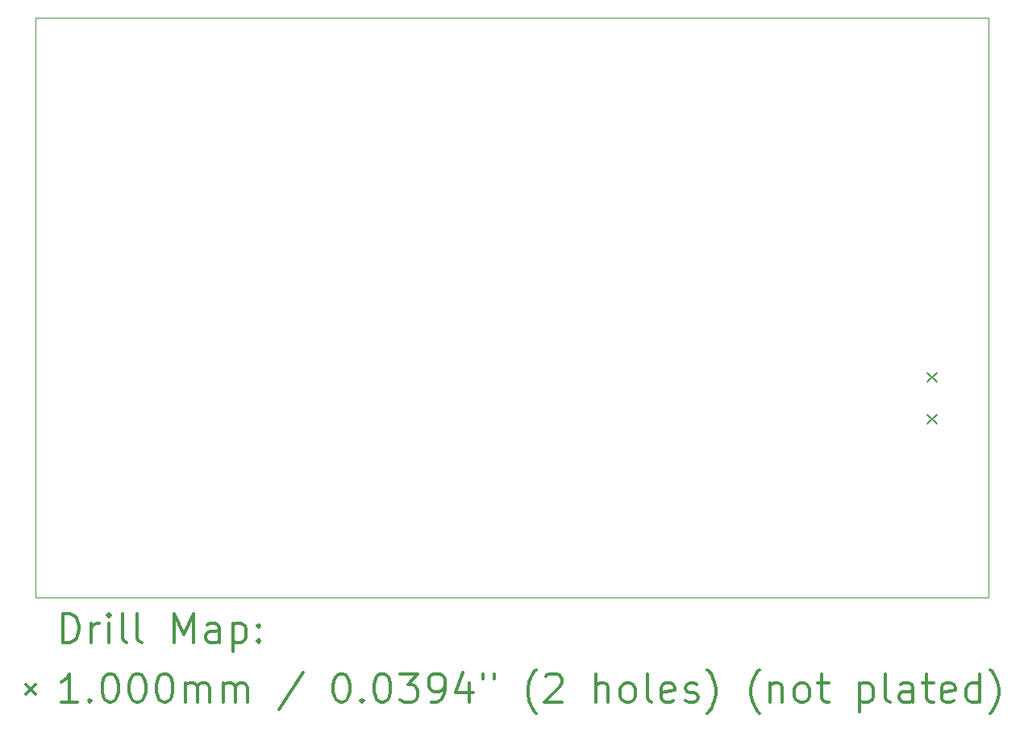
<source format=gbr>
%FSLAX45Y45*%
G04 Gerber Fmt 4.5, Leading zero omitted, Abs format (unit mm)*
G04 Created by KiCad (PCBNEW (5.1.10)-1) date 2021-09-04 13:32:30*
%MOMM*%
%LPD*%
G01*
G04 APERTURE LIST*
%TA.AperFunction,Profile*%
%ADD10C,0.100000*%
%TD*%
%ADD11C,0.200000*%
%ADD12C,0.300000*%
G04 APERTURE END LIST*
D10*
X12700000Y-6604000D02*
X22707600Y-6604000D01*
X12700000Y-12700000D02*
X22707600Y-12700000D01*
X22707600Y-12700000D02*
X22707600Y-6604000D01*
X12700000Y-12700000D02*
X12700000Y-6604000D01*
D11*
X22060700Y-10334500D02*
X22160700Y-10434500D01*
X22160700Y-10334500D02*
X22060700Y-10434500D01*
X22060700Y-10774500D02*
X22160700Y-10874500D01*
X22160700Y-10774500D02*
X22060700Y-10874500D01*
D12*
X12981428Y-13170714D02*
X12981428Y-12870714D01*
X13052857Y-12870714D01*
X13095714Y-12885000D01*
X13124286Y-12913571D01*
X13138571Y-12942143D01*
X13152857Y-12999286D01*
X13152857Y-13042143D01*
X13138571Y-13099286D01*
X13124286Y-13127857D01*
X13095714Y-13156429D01*
X13052857Y-13170714D01*
X12981428Y-13170714D01*
X13281428Y-13170714D02*
X13281428Y-12970714D01*
X13281428Y-13027857D02*
X13295714Y-12999286D01*
X13310000Y-12985000D01*
X13338571Y-12970714D01*
X13367143Y-12970714D01*
X13467143Y-13170714D02*
X13467143Y-12970714D01*
X13467143Y-12870714D02*
X13452857Y-12885000D01*
X13467143Y-12899286D01*
X13481428Y-12885000D01*
X13467143Y-12870714D01*
X13467143Y-12899286D01*
X13652857Y-13170714D02*
X13624286Y-13156429D01*
X13610000Y-13127857D01*
X13610000Y-12870714D01*
X13810000Y-13170714D02*
X13781428Y-13156429D01*
X13767143Y-13127857D01*
X13767143Y-12870714D01*
X14152857Y-13170714D02*
X14152857Y-12870714D01*
X14252857Y-13085000D01*
X14352857Y-12870714D01*
X14352857Y-13170714D01*
X14624286Y-13170714D02*
X14624286Y-13013571D01*
X14610000Y-12985000D01*
X14581428Y-12970714D01*
X14524286Y-12970714D01*
X14495714Y-12985000D01*
X14624286Y-13156429D02*
X14595714Y-13170714D01*
X14524286Y-13170714D01*
X14495714Y-13156429D01*
X14481428Y-13127857D01*
X14481428Y-13099286D01*
X14495714Y-13070714D01*
X14524286Y-13056429D01*
X14595714Y-13056429D01*
X14624286Y-13042143D01*
X14767143Y-12970714D02*
X14767143Y-13270714D01*
X14767143Y-12985000D02*
X14795714Y-12970714D01*
X14852857Y-12970714D01*
X14881428Y-12985000D01*
X14895714Y-12999286D01*
X14910000Y-13027857D01*
X14910000Y-13113571D01*
X14895714Y-13142143D01*
X14881428Y-13156429D01*
X14852857Y-13170714D01*
X14795714Y-13170714D01*
X14767143Y-13156429D01*
X15038571Y-13142143D02*
X15052857Y-13156429D01*
X15038571Y-13170714D01*
X15024286Y-13156429D01*
X15038571Y-13142143D01*
X15038571Y-13170714D01*
X15038571Y-12985000D02*
X15052857Y-12999286D01*
X15038571Y-13013571D01*
X15024286Y-12999286D01*
X15038571Y-12985000D01*
X15038571Y-13013571D01*
X12595000Y-13615000D02*
X12695000Y-13715000D01*
X12695000Y-13615000D02*
X12595000Y-13715000D01*
X13138571Y-13800714D02*
X12967143Y-13800714D01*
X13052857Y-13800714D02*
X13052857Y-13500714D01*
X13024286Y-13543571D01*
X12995714Y-13572143D01*
X12967143Y-13586429D01*
X13267143Y-13772143D02*
X13281428Y-13786429D01*
X13267143Y-13800714D01*
X13252857Y-13786429D01*
X13267143Y-13772143D01*
X13267143Y-13800714D01*
X13467143Y-13500714D02*
X13495714Y-13500714D01*
X13524286Y-13515000D01*
X13538571Y-13529286D01*
X13552857Y-13557857D01*
X13567143Y-13615000D01*
X13567143Y-13686429D01*
X13552857Y-13743571D01*
X13538571Y-13772143D01*
X13524286Y-13786429D01*
X13495714Y-13800714D01*
X13467143Y-13800714D01*
X13438571Y-13786429D01*
X13424286Y-13772143D01*
X13410000Y-13743571D01*
X13395714Y-13686429D01*
X13395714Y-13615000D01*
X13410000Y-13557857D01*
X13424286Y-13529286D01*
X13438571Y-13515000D01*
X13467143Y-13500714D01*
X13752857Y-13500714D02*
X13781428Y-13500714D01*
X13810000Y-13515000D01*
X13824286Y-13529286D01*
X13838571Y-13557857D01*
X13852857Y-13615000D01*
X13852857Y-13686429D01*
X13838571Y-13743571D01*
X13824286Y-13772143D01*
X13810000Y-13786429D01*
X13781428Y-13800714D01*
X13752857Y-13800714D01*
X13724286Y-13786429D01*
X13710000Y-13772143D01*
X13695714Y-13743571D01*
X13681428Y-13686429D01*
X13681428Y-13615000D01*
X13695714Y-13557857D01*
X13710000Y-13529286D01*
X13724286Y-13515000D01*
X13752857Y-13500714D01*
X14038571Y-13500714D02*
X14067143Y-13500714D01*
X14095714Y-13515000D01*
X14110000Y-13529286D01*
X14124286Y-13557857D01*
X14138571Y-13615000D01*
X14138571Y-13686429D01*
X14124286Y-13743571D01*
X14110000Y-13772143D01*
X14095714Y-13786429D01*
X14067143Y-13800714D01*
X14038571Y-13800714D01*
X14010000Y-13786429D01*
X13995714Y-13772143D01*
X13981428Y-13743571D01*
X13967143Y-13686429D01*
X13967143Y-13615000D01*
X13981428Y-13557857D01*
X13995714Y-13529286D01*
X14010000Y-13515000D01*
X14038571Y-13500714D01*
X14267143Y-13800714D02*
X14267143Y-13600714D01*
X14267143Y-13629286D02*
X14281428Y-13615000D01*
X14310000Y-13600714D01*
X14352857Y-13600714D01*
X14381428Y-13615000D01*
X14395714Y-13643571D01*
X14395714Y-13800714D01*
X14395714Y-13643571D02*
X14410000Y-13615000D01*
X14438571Y-13600714D01*
X14481428Y-13600714D01*
X14510000Y-13615000D01*
X14524286Y-13643571D01*
X14524286Y-13800714D01*
X14667143Y-13800714D02*
X14667143Y-13600714D01*
X14667143Y-13629286D02*
X14681428Y-13615000D01*
X14710000Y-13600714D01*
X14752857Y-13600714D01*
X14781428Y-13615000D01*
X14795714Y-13643571D01*
X14795714Y-13800714D01*
X14795714Y-13643571D02*
X14810000Y-13615000D01*
X14838571Y-13600714D01*
X14881428Y-13600714D01*
X14910000Y-13615000D01*
X14924286Y-13643571D01*
X14924286Y-13800714D01*
X15510000Y-13486429D02*
X15252857Y-13872143D01*
X15895714Y-13500714D02*
X15924286Y-13500714D01*
X15952857Y-13515000D01*
X15967143Y-13529286D01*
X15981428Y-13557857D01*
X15995714Y-13615000D01*
X15995714Y-13686429D01*
X15981428Y-13743571D01*
X15967143Y-13772143D01*
X15952857Y-13786429D01*
X15924286Y-13800714D01*
X15895714Y-13800714D01*
X15867143Y-13786429D01*
X15852857Y-13772143D01*
X15838571Y-13743571D01*
X15824286Y-13686429D01*
X15824286Y-13615000D01*
X15838571Y-13557857D01*
X15852857Y-13529286D01*
X15867143Y-13515000D01*
X15895714Y-13500714D01*
X16124286Y-13772143D02*
X16138571Y-13786429D01*
X16124286Y-13800714D01*
X16110000Y-13786429D01*
X16124286Y-13772143D01*
X16124286Y-13800714D01*
X16324286Y-13500714D02*
X16352857Y-13500714D01*
X16381428Y-13515000D01*
X16395714Y-13529286D01*
X16410000Y-13557857D01*
X16424286Y-13615000D01*
X16424286Y-13686429D01*
X16410000Y-13743571D01*
X16395714Y-13772143D01*
X16381428Y-13786429D01*
X16352857Y-13800714D01*
X16324286Y-13800714D01*
X16295714Y-13786429D01*
X16281428Y-13772143D01*
X16267143Y-13743571D01*
X16252857Y-13686429D01*
X16252857Y-13615000D01*
X16267143Y-13557857D01*
X16281428Y-13529286D01*
X16295714Y-13515000D01*
X16324286Y-13500714D01*
X16524286Y-13500714D02*
X16710000Y-13500714D01*
X16610000Y-13615000D01*
X16652857Y-13615000D01*
X16681428Y-13629286D01*
X16695714Y-13643571D01*
X16710000Y-13672143D01*
X16710000Y-13743571D01*
X16695714Y-13772143D01*
X16681428Y-13786429D01*
X16652857Y-13800714D01*
X16567143Y-13800714D01*
X16538571Y-13786429D01*
X16524286Y-13772143D01*
X16852857Y-13800714D02*
X16910000Y-13800714D01*
X16938571Y-13786429D01*
X16952857Y-13772143D01*
X16981428Y-13729286D01*
X16995714Y-13672143D01*
X16995714Y-13557857D01*
X16981428Y-13529286D01*
X16967143Y-13515000D01*
X16938571Y-13500714D01*
X16881428Y-13500714D01*
X16852857Y-13515000D01*
X16838571Y-13529286D01*
X16824286Y-13557857D01*
X16824286Y-13629286D01*
X16838571Y-13657857D01*
X16852857Y-13672143D01*
X16881428Y-13686429D01*
X16938571Y-13686429D01*
X16967143Y-13672143D01*
X16981428Y-13657857D01*
X16995714Y-13629286D01*
X17252857Y-13600714D02*
X17252857Y-13800714D01*
X17181428Y-13486429D02*
X17110000Y-13700714D01*
X17295714Y-13700714D01*
X17395714Y-13500714D02*
X17395714Y-13557857D01*
X17510000Y-13500714D02*
X17510000Y-13557857D01*
X17952857Y-13915000D02*
X17938571Y-13900714D01*
X17910000Y-13857857D01*
X17895714Y-13829286D01*
X17881428Y-13786429D01*
X17867143Y-13715000D01*
X17867143Y-13657857D01*
X17881428Y-13586429D01*
X17895714Y-13543571D01*
X17910000Y-13515000D01*
X17938571Y-13472143D01*
X17952857Y-13457857D01*
X18052857Y-13529286D02*
X18067143Y-13515000D01*
X18095714Y-13500714D01*
X18167143Y-13500714D01*
X18195714Y-13515000D01*
X18210000Y-13529286D01*
X18224286Y-13557857D01*
X18224286Y-13586429D01*
X18210000Y-13629286D01*
X18038571Y-13800714D01*
X18224286Y-13800714D01*
X18581428Y-13800714D02*
X18581428Y-13500714D01*
X18710000Y-13800714D02*
X18710000Y-13643571D01*
X18695714Y-13615000D01*
X18667143Y-13600714D01*
X18624286Y-13600714D01*
X18595714Y-13615000D01*
X18581428Y-13629286D01*
X18895714Y-13800714D02*
X18867143Y-13786429D01*
X18852857Y-13772143D01*
X18838571Y-13743571D01*
X18838571Y-13657857D01*
X18852857Y-13629286D01*
X18867143Y-13615000D01*
X18895714Y-13600714D01*
X18938571Y-13600714D01*
X18967143Y-13615000D01*
X18981428Y-13629286D01*
X18995714Y-13657857D01*
X18995714Y-13743571D01*
X18981428Y-13772143D01*
X18967143Y-13786429D01*
X18938571Y-13800714D01*
X18895714Y-13800714D01*
X19167143Y-13800714D02*
X19138571Y-13786429D01*
X19124286Y-13757857D01*
X19124286Y-13500714D01*
X19395714Y-13786429D02*
X19367143Y-13800714D01*
X19310000Y-13800714D01*
X19281428Y-13786429D01*
X19267143Y-13757857D01*
X19267143Y-13643571D01*
X19281428Y-13615000D01*
X19310000Y-13600714D01*
X19367143Y-13600714D01*
X19395714Y-13615000D01*
X19410000Y-13643571D01*
X19410000Y-13672143D01*
X19267143Y-13700714D01*
X19524286Y-13786429D02*
X19552857Y-13800714D01*
X19610000Y-13800714D01*
X19638571Y-13786429D01*
X19652857Y-13757857D01*
X19652857Y-13743571D01*
X19638571Y-13715000D01*
X19610000Y-13700714D01*
X19567143Y-13700714D01*
X19538571Y-13686429D01*
X19524286Y-13657857D01*
X19524286Y-13643571D01*
X19538571Y-13615000D01*
X19567143Y-13600714D01*
X19610000Y-13600714D01*
X19638571Y-13615000D01*
X19752857Y-13915000D02*
X19767143Y-13900714D01*
X19795714Y-13857857D01*
X19810000Y-13829286D01*
X19824286Y-13786429D01*
X19838571Y-13715000D01*
X19838571Y-13657857D01*
X19824286Y-13586429D01*
X19810000Y-13543571D01*
X19795714Y-13515000D01*
X19767143Y-13472143D01*
X19752857Y-13457857D01*
X20295714Y-13915000D02*
X20281428Y-13900714D01*
X20252857Y-13857857D01*
X20238571Y-13829286D01*
X20224286Y-13786429D01*
X20210000Y-13715000D01*
X20210000Y-13657857D01*
X20224286Y-13586429D01*
X20238571Y-13543571D01*
X20252857Y-13515000D01*
X20281428Y-13472143D01*
X20295714Y-13457857D01*
X20410000Y-13600714D02*
X20410000Y-13800714D01*
X20410000Y-13629286D02*
X20424286Y-13615000D01*
X20452857Y-13600714D01*
X20495714Y-13600714D01*
X20524286Y-13615000D01*
X20538571Y-13643571D01*
X20538571Y-13800714D01*
X20724286Y-13800714D02*
X20695714Y-13786429D01*
X20681428Y-13772143D01*
X20667143Y-13743571D01*
X20667143Y-13657857D01*
X20681428Y-13629286D01*
X20695714Y-13615000D01*
X20724286Y-13600714D01*
X20767143Y-13600714D01*
X20795714Y-13615000D01*
X20810000Y-13629286D01*
X20824286Y-13657857D01*
X20824286Y-13743571D01*
X20810000Y-13772143D01*
X20795714Y-13786429D01*
X20767143Y-13800714D01*
X20724286Y-13800714D01*
X20910000Y-13600714D02*
X21024286Y-13600714D01*
X20952857Y-13500714D02*
X20952857Y-13757857D01*
X20967143Y-13786429D01*
X20995714Y-13800714D01*
X21024286Y-13800714D01*
X21352857Y-13600714D02*
X21352857Y-13900714D01*
X21352857Y-13615000D02*
X21381428Y-13600714D01*
X21438571Y-13600714D01*
X21467143Y-13615000D01*
X21481428Y-13629286D01*
X21495714Y-13657857D01*
X21495714Y-13743571D01*
X21481428Y-13772143D01*
X21467143Y-13786429D01*
X21438571Y-13800714D01*
X21381428Y-13800714D01*
X21352857Y-13786429D01*
X21667143Y-13800714D02*
X21638571Y-13786429D01*
X21624286Y-13757857D01*
X21624286Y-13500714D01*
X21910000Y-13800714D02*
X21910000Y-13643571D01*
X21895714Y-13615000D01*
X21867143Y-13600714D01*
X21810000Y-13600714D01*
X21781428Y-13615000D01*
X21910000Y-13786429D02*
X21881428Y-13800714D01*
X21810000Y-13800714D01*
X21781428Y-13786429D01*
X21767143Y-13757857D01*
X21767143Y-13729286D01*
X21781428Y-13700714D01*
X21810000Y-13686429D01*
X21881428Y-13686429D01*
X21910000Y-13672143D01*
X22010000Y-13600714D02*
X22124286Y-13600714D01*
X22052857Y-13500714D02*
X22052857Y-13757857D01*
X22067143Y-13786429D01*
X22095714Y-13800714D01*
X22124286Y-13800714D01*
X22338571Y-13786429D02*
X22310000Y-13800714D01*
X22252857Y-13800714D01*
X22224286Y-13786429D01*
X22210000Y-13757857D01*
X22210000Y-13643571D01*
X22224286Y-13615000D01*
X22252857Y-13600714D01*
X22310000Y-13600714D01*
X22338571Y-13615000D01*
X22352857Y-13643571D01*
X22352857Y-13672143D01*
X22210000Y-13700714D01*
X22610000Y-13800714D02*
X22610000Y-13500714D01*
X22610000Y-13786429D02*
X22581428Y-13800714D01*
X22524286Y-13800714D01*
X22495714Y-13786429D01*
X22481428Y-13772143D01*
X22467143Y-13743571D01*
X22467143Y-13657857D01*
X22481428Y-13629286D01*
X22495714Y-13615000D01*
X22524286Y-13600714D01*
X22581428Y-13600714D01*
X22610000Y-13615000D01*
X22724286Y-13915000D02*
X22738571Y-13900714D01*
X22767143Y-13857857D01*
X22781428Y-13829286D01*
X22795714Y-13786429D01*
X22810000Y-13715000D01*
X22810000Y-13657857D01*
X22795714Y-13586429D01*
X22781428Y-13543571D01*
X22767143Y-13515000D01*
X22738571Y-13472143D01*
X22724286Y-13457857D01*
M02*

</source>
